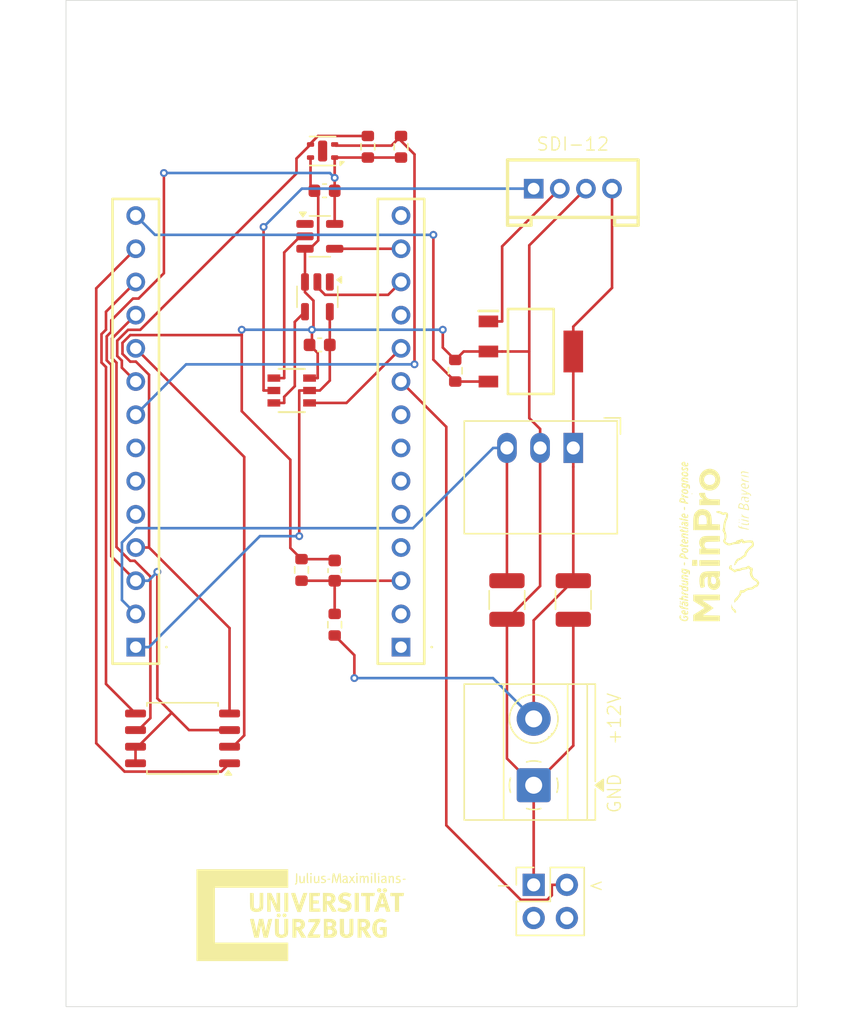
<source format=kicad_pcb>
(kicad_pcb (version 20241229) (generator "pcbnew") (generator_version "9.0")
  (title_block (title "Ryujin") (date "2025-02-03") (rev "18") (company "Julius-Maximilians-Universität Würzburg") (comment 1 "TC-10860452") (comment 4 "AISLER Project ID: FKZHXGMZ"))
  (layers (0 "F.Cu" signal) (2 "B.Cu" signal) (13 "F.Paste" user) (15 "B.Paste" user) (5 "F.SilkS" user "F.Silkscreen") (7 "B.SilkS" user "B.Silkscreen") (1 "F.Mask" user) (3 "B.Mask" user) (25 "Edge.Cuts" user))
  (net 0 "")
  (net 1 "/SCL")
  (net 2 "/SDA")
  (net 3 "+12V")
  (net 4 "GND")
  (net 5 "VDD")
  (net 6 "/A1")
  (net 7 "+5V")
  (net 8 "+3.3V")
  (net 9 "/+SDI")
  (net 14 "/D1")
  (net 15 "LINE")
  (net 17 "/D0")
  (net 19 "/COPI")
  (net 21 "/SCK")
  (net 22 "/D7")
  (net 23 "/CIPO")
  (net 24 "/TX")
  (net 29 "/RX")
  (net 30 "/LED")
  (net 31 "Net-(U3-S1)")
  (net 32 "Net-(U3-S2)")
  (net 36 "/G")
  (net 37 "/B")
  (net 38 "/R")
  (footprint "MountingHole:MountingHole_2.5mm" (layer "F.Cu") (at 132 22)
    (property "Reference" "H4" (hide yes))
    (property "Value" "MountingHole_2.5mm")
    (pad "" np_thru_hole circle (at 0 0) (size 2.5 2.5) (drill 2.5) (layers "*.Cu" "*.Mask"))
  )
  (footprint "footprints:Arduino_MKR_NB_1500_Margin_NH" (layer "F.Cu") (at 134.2425 88.365 90)
    (property "Reference" "A1" (hide yes))
    (property "Value" "Arduino_MKR_NB_1500_Socket")
  )
  (footprint "Capacitor_SMD:C_1210_3225Metric" (layer "F.Cu") (at 162.77 64.885 -90)
    (property "Reference" "C2" (hide yes))
    (property "Value" "100uF")
    (pad "1" smd roundrect (at -1.475 0 270) (size 1.15 2.7) (layers "F.Cu" "F.Mask" "F.Paste") (roundrect_rratio 0.217391) (net 5 "VDD"))
    (pad "2" smd roundrect (at 1.475 0 270) (size 1.15 2.7) (layers "F.Cu" "F.Mask" "F.Paste") (roundrect_rratio 0.217391) (net 4 "GND"))
  )
  (footprint "Capacitor_SMD:C_0603_1608Metric" (layer "F.Cu") (at 148.4275 45.365 180)
    (property "Reference" "C4" (hide yes))
    (property "Value" "0.1uF")
    (pad "1" smd roundrect (at -0.775 0 180) (size 0.9 0.95) (layers "F.Cu" "F.Mask" "F.Paste") (net 7 "+5V"))
    (pad "2" smd roundrect (at 0.775 0 180) (size 0.9 0.95) (layers "F.Cu" "F.Mask" "F.Paste") (net 4 "GND"))
  )
  (footprint "Resistor_SMD:R_0603_1608Metric" (layer "F.Cu") (at 152.1175 30.205 -90)
    (property "Reference" "R7" (hide yes))
    (property "Value" "10k")
    (pad "1" smd roundrect (at -0.825 0 270) (size 0.8 0.95) (layers "F.Cu" "F.Mask" "F.Paste") (net 2 "/SDA"))
    (pad "2" smd roundrect (at 0.825 0 270) (size 0.8 0.95) (layers "F.Cu" "F.Mask" "F.Paste") (net 8 "+3.3V"))
  )
  (footprint "Package_TO_SOT_SMD:SOT-23-5" (layer "F.Cu") (at 148.2525 41.6875 -90)
    (property "Reference" "U2" (hide yes))
    (property "Value" "74AHCT1G14")
    (pad "1" smd roundrect (at -1.1375 -0.95 270) (size 1.325 0.6) (layers "F.Cu" "F.Mask" "F.Paste"))
    (pad "2" smd roundrect (at -1.1375 0 270) (size 1.325 0.6) (layers "F.Cu" "F.Mask" "F.Paste") (net 24 "/TX"))
    (pad "3" smd roundrect (at -1.1375 0.95 270) (size 1.325 0.6) (layers "F.Cu" "F.Mask" "F.Paste") (net 4 "GND"))
    (pad "4" smd roundrect (at 1.1375 0.95 270) (size 1.325 0.6) (layers "F.Cu" "F.Mask" "F.Paste") (net 32 "Net-(U3-S2)"))
    (pad "5" smd roundrect (at 1.1375 -0.95 270) (size 1.325 0.6) (layers "F.Cu" "F.Mask" "F.Paste") (net 7 "+5V"))
  )
  (footprint "footprints:65342372" (layer "F.Cu") (at 154.6575 68.49 -90)
    (property "Reference" "J3" (hide yes))
    (property "Value" "Conn_01x14_Socket" (hide yes))
    (pad "1" thru_hole rect (at 0 0 270) (size 1.43 1.43) (drill 0.88) (layers "*.Cu" "*.Mask"))
    (pad "2" thru_hole circle (at -2.54 0 270) (size 1.43 1.43) (drill 0.88) (layers "*.Cu" "*.Mask"))
    (pad "3" thru_hole circle (at -5.08 0 270) (size 1.43 1.43) (drill 0.88) (layers "*.Cu" "*.Mask") (net 6 "/A1"))
    (pad "4" thru_hole circle (at -7.62 0 270) (size 1.43 1.43) (drill 0.88) (layers "*.Cu" "*.Mask"))
    (pad "5" thru_hole circle (at -10.16 0 270) (size 1.43 1.43) (drill 0.88) (layers "*.Cu" "*.Mask") (net 38 "/R"))
    (pad "6" thru_hole circle (at -12.7 0 270) (size 1.43 1.43) (drill 0.88) (layers "*.Cu" "*.Mask") (net 36 "/G"))
    (pad "7" thru_hole circle (at -15.24 0 270) (size 1.43 1.43) (drill 0.88) (layers "*.Cu" "*.Mask"))
    (pad "8" thru_hole circle (at -17.78 0 270) (size 1.43 1.43) (drill 0.88) (layers "*.Cu" "*.Mask"))
    (pad "9" thru_hole circle (at -20.32 0 270) (size 1.43 1.43) (drill 0.88) (layers "*.Cu" "*.Mask") (net 17 "/D0"))
    (pad "10" thru_hole circle (at -22.86 0 270) (size 1.43 1.43) (drill 0.88) (layers "*.Cu" "*.Mask") (net 14 "/D1"))
    (pad "11" thru_hole circle (at -25.4 0 270) (size 1.43 1.43) (drill 0.88) (layers "*.Cu" "*.Mask") (net 37 "/B"))
    (pad "12" thru_hole circle (at -27.94 0 270) (size 1.43 1.43) (drill 0.88) (layers "*.Cu" "*.Mask") (net 24 "/TX"))
    (pad "13" thru_hole circle (at -30.48 0 270) (size 1.43 1.43) (drill 0.88) (layers "*.Cu" "*.Mask") (net 29 "/RX"))
    (pad "14" thru_hole circle (at -33.02 0 270) (size 1.43 1.43) (drill 0.88) (layers "*.Cu" "*.Mask"))
  )
  (footprint "MountingHole:MountingHole_2.5mm" (layer "F.Cu") (at 132 93)
    (property "Reference" "H3" (hide yes))
    (property "Value" "MountingHole_2.5mm")
    (pad "" np_thru_hole circle (at 0 0) (size 2.5 2.5) (drill 2.5) (layers "*.Cu" "*.Mask"))
  )
  (footprint "Capacitor_SMD:C_1210_3225Metric" (layer "F.Cu") (at 167.85 64.885 -90)
    (property "Reference" "C1" (hide yes))
    (property "Value" "100uF")
    (pad "1" smd roundrect (at -1.475 0 270) (size 1.15 2.7) (layers "F.Cu" "F.Mask" "F.Paste") (roundrect_rratio 0.217391) (net 3 "+12V"))
    (pad "2" smd roundrect (at 1.475 0 270) (size 1.15 2.7) (layers "F.Cu" "F.Mask" "F.Paste") (roundrect_rratio 0.217391) (net 4 "GND"))
  )
  (footprint "MountingHole:MountingHole_2.5mm" (layer "F.Cu") (at 182 22)
    (property "Reference" "H1" (hide yes))
    (property "Value" "MountingHole_2.5mm")
    (pad "" np_thru_hole circle (at 0 0) (size 2.5 2.5) (drill 2.5) (layers "*.Cu" "*.Mask"))
  )
  (footprint "Connector_PinHeader_2.54mm:PinHeader_2x02_P2.54mm_Vertical" (layer "F.Cu") (at 164.8175 86.68)
    (property "Reference" "J2" (hide yes))
    (property "Value" "Conn_02x02_Odd_Even")
    (pad "1" thru_hole rect (at 0 0) (size 1.7 1.7) (drill 1) (layers "*.Cu" "*.Mask") (net 4 "GND"))
    (pad "2" thru_hole oval (at 2.54 0) (size 1.7 1.7) (drill 1) (layers "*.Cu" "*.Mask") (net 17 "/D0"))
    (pad "3" thru_hole oval (at 0 2.54) (size 1.7 1.7) (drill 1) (layers "*.Cu" "*.Mask"))
    (pad "4" thru_hole oval (at 2.54 2.54) (size 1.7 1.7) (drill 1) (layers "*.Cu" "*.Mask"))
  )
  (footprint "footprints:GROVE-HW4-2.0" (layer "F.Cu") (at 167.8175 33.41)
    (property "Reference" "J5" (hide yes))
    (property "Value" "Conn_01x04_Pin")
    (pad "1" thru_hole rect (at -3 0) (size 1.5 1.5) (drill 0.9) (layers "*.Cu" "*.Mask") (net 15 "LINE"))
    (pad "2" thru_hole circle (at -1 0) (size 1.5 1.5) (drill 0.9) (layers "*.Cu" "*.Mask") (net 9 "/+SDI"))
    (pad "3" thru_hole circle (at 1 0) (size 1.5 1.5) (drill 0.9) (layers "*.Cu" "*.Mask") (net 4 "GND"))
    (pad "4" thru_hole circle (at 3 0) (size 1.5 1.5) (drill 0.9) (layers "*.Cu" "*.Mask") (net 3 "+12V"))
  )
  (footprint "Capacitor_SMD:C_0603_1608Metric" (layer "F.Cu") (at 148.8025 33.57 180)
    (property "Reference" "C6" (hide yes))
    (property "Value" "0.1uF")
    (pad "1" smd roundrect (at -0.775 0 180) (size 0.9 0.95) (layers "F.Cu" "F.Mask" "F.Paste") (net 8 "+3.3V"))
    (pad "2" smd roundrect (at 0.775 0 180) (size 0.9 0.95) (layers "F.Cu" "F.Mask" "F.Paste") (net 4 "GND"))
  )
  (footprint "LOGO" (layer "F.Cu") (at 147 89)
    (property "Reference" "G2" (hide yes))
    (property "Value" "LOGO" (hide yes))
  )
  (footprint "Capacitor_SMD:C_0603_1608Metric" (layer "F.Cu") (at 149.5775 62.635 90)
    (property "Reference" "C3" (hide yes))
    (property "Value" "0.1uF")
    (pad "1" smd roundrect (at -0.775 0 90) (size 0.9 0.95) (layers "F.Cu" "F.Mask" "F.Paste") (net 6 "/A1"))
    (pad "2" smd roundrect (at 0.775 0 90) (size 0.9 0.95) (layers "F.Cu" "F.Mask" "F.Paste") (net 4 "GND"))
  )
  (footprint "Package_SO:SOIC-8_5.23x5.23mm_P1.27mm" (layer "F.Cu") (at 137.925 75.475 180)
    (property "Reference" "U5" (hide yes))
    (property "Value" "W25Q32JVSS")
    (pad "1" smd roundrect (at -3.6 -1.905 180) (size 1.6 0.6) (layers "F.Cu" "F.Mask" "F.Paste") (net 22 "/D7"))
    (pad "2" smd roundrect (at -3.6 -0.635 180) (size 1.6 0.6) (layers "F.Cu" "F.Mask" "F.Paste") (net 23 "/CIPO"))
    (pad "3" smd roundrect (at -3.6 0.635 180) (size 1.6 0.6) (layers "F.Cu" "F.Mask" "F.Paste") (net 8 "+3.3V"))
    (pad "4" smd roundrect (at -3.6 1.905 180) (size 1.6 0.6) (layers "F.Cu" "F.Mask" "F.Paste") (net 4 "GND"))
    (pad "5" smd roundrect (at 3.6 1.905 180) (size 1.6 0.6) (layers "F.Cu" "F.Mask" "F.Paste") (net 19 "/COPI"))
    (pad "6" smd roundrect (at 3.6 0.635 180) (size 1.6 0.6) (layers "F.Cu" "F.Mask" "F.Paste") (net 21 "/SCK"))
    (pad "7" smd roundrect (at 3.6 -0.635 180) (size 1.6 0.6) (layers "F.Cu" "F.Mask" "F.Paste") (net 8 "+3.3V"))
    (pad "8" smd roundrect (at 3.6 -1.905 180) (size 1.6 0.6) (layers "F.Cu" "F.Mask" "F.Paste") (net 8 "+3.3V"))
  )
  (footprint "Sensor_Humidity:Sensirion_DFN-4-1EP_2x2mm_P1mm_EP0.7x1.6mm" (layer "F.Cu") (at 148.6525 30.53 180)
    (property "Reference" "U4" (hide yes))
    (property "Value" "SHTC3")
    (pad "1" smd roundrect (at -0.925 -0.5 180) (size 0.55 0.35) (layers "F.Cu" "F.Mask") (net 8 "+3.3V"))
    (pad "2" smd roundrect (at -0.925 0.5 180) (size 0.55 0.35) (layers "F.Cu" "F.Mask") (net 1 "/SCL"))
    (pad "3" smd roundrect (at 0.925 0.5 180) (size 0.55 0.35) (layers "F.Cu" "F.Mask") (net 2 "/SDA"))
    (pad "4" smd roundrect (at 0.925 -0.5 180) (size 0.55 0.35) (layers "F.Cu" "F.Mask") (net 4 "GND"))
    (pad "5" smd roundrect (at 0 0 180) (size 0.7 1.6) (layers "F.Cu" "F.Mask"))
  )
  (footprint "footprints:TMUXDBVR" (layer "F.Cu") (at 146.2873 48.855 180)
    (property "Reference" "U3" (hide yes))
    (property "Value" "TMUX1119DBVR")
    (pad "1" smd rect (at -1.36525 -0.950001 180) (size 0.9779 0.5588) (layers "F.Cu" "F.Mask" "F.Paste") (net 14 "/D1"))
    (pad "2" smd rect (at -1.36525 0 180) (size 0.9779 0.5588) (layers "F.Cu" "F.Mask" "F.Paste") (net 7 "+5V"))
    (pad "3" smd rect (at -1.36525 0.950001 180) (size 0.9779 0.5588) (layers "F.Cu" "F.Mask" "F.Paste") (net 4 "GND"))
    (pad "4" smd rect (at 1.36525 0.950001 180) (size 0.9779 0.5588) (layers "F.Cu" "F.Mask" "F.Paste") (net 31 "Net-(U3-S1)"))
    (pad "5" smd rect (at 1.36525 0 180) (size 0.9779 0.5588) (layers "F.Cu" "F.Mask" "F.Paste") (net 15 "LINE"))
    (pad "6" smd rect (at 1.36525 -0.950001 180) (size 0.9779 0.5588) (layers "F.Cu" "F.Mask" "F.Paste") (net 32 "Net-(U3-S2)"))
  )
  (footprint "Package_TO_SOT_SMD:SOT-23-5" (layer "F.Cu") (at 148.44 37.06)
    (property "Reference" "U1" (hide yes))
    (property "Value" "74LVC1G17")
    (pad "1" smd roundrect (at -1.1375 -0.95) (size 1.325 0.6) (layers "F.Cu" "F.Mask" "F.Paste"))
    (pad "2" smd roundrect (at -1.1375 0) (size 1.325 0.6) (layers "F.Cu" "F.Mask" "F.Paste") (net 31 "Net-(U3-S1)"))
    (pad "3" smd roundrect (at -1.1375 0.95) (size 1.325 0.6) (layers "F.Cu" "F.Mask" "F.Paste") (net 4 "GND"))
    (pad "4" smd roundrect (at 1.1375 0.95) (size 1.325 0.6) (layers "F.Cu" "F.Mask" "F.Paste") (net 29 "/RX"))
    (pad "5" smd roundrect (at 1.1375 -0.95) (size 1.325 0.6) (layers "F.Cu" "F.Mask" "F.Paste") (net 8 "+3.3V"))
  )
  (footprint "LOGO" (layer "F.Cu") (at 179 57.5 90)
    (property "Reference" "G1" (hide yes))
    (property "Value" "LOGO" (hide yes))
  )
  (footprint "footprints:ISP452" (layer "F.Cu") (at 164.6 45.87)
    (property "Reference" "IC1" (hide yes))
    (property "Value" "ISP452" (hide yes))
    (pad "1" smd rect (at -3.25 -2.3 90) (size 0.9 1.5) (layers "F.Cu" "F.Mask" "F.Paste") (net 9 "/+SDI"))
    (pad "2" smd rect (at -3.25 0 90) (size 0.9 1.5) (layers "F.Cu" "F.Mask" "F.Paste") (net 4 "GND"))
    (pad "3" smd rect (at -3.25 2.3 90) (size 0.9 1.5) (layers "F.Cu" "F.Mask" "F.Paste") (net 30 "/LED"))
    (pad "4" smd rect (at 3.25 0) (size 1.5 3.2) (layers "F.Cu" "F.Mask" "F.Paste") (net 3 "+12V"))
  )
  (footprint "Converter_DCDC:Converter_DCDC_RECOM_R-78E-0.5_THT" (layer "F.Cu") (at 167.85 53.25 180)
    (property "Reference" "U6" (hide yes))
    (property "Value" "R-78E5.0-0.5")
    (pad "1" thru_hole rect (at 0 0 180) (size 1.5 2.3) (drill 1) (layers "*.Cu" "*.Mask") (net 3 "+12V"))
    (pad "2" thru_hole oval (at 2.54 0 180) (size 1.5 2.3) (drill 1) (layers "*.Cu" "*.Mask") (net 4 "GND"))
    (pad "3" thru_hole oval (at 5.08 0 180) (size 1.5 2.3) (drill 1) (layers "*.Cu" "*.Mask") (net 5 "VDD"))
  )
  (footprint "TerminalBlock_Phoenix:TerminalBlock_Phoenix_MKDS-1,5-2-5.08_1x02_P5.08mm_Horizontal" (layer "F.Cu") (at 164.8175 79.06 90)
    (property "Reference" "J1" (hide yes))
    (property "Value" "Screw_Terminal_01x02")
    (pad "1" thru_hole roundrect (at 0 0 90) (size 2.6 2.6) (drill 1.3) (layers "*.Cu" "*.Mask") (roundrect_rratio 0.096154) (net 4 "GND"))
    (pad "2" thru_hole circle (at 5.08 0 90) (size 2.6 2.6) (drill 1.3) (layers "*.Cu" "*.Mask") (net 3 "+12V"))
  )
  (footprint "Resistor_SMD:R_0603_1608Metric" (layer "F.Cu") (at 149.5775 66.775 90)
    (property "Reference" "R5" (hide yes))
    (property "Value" "1.2M")
    (pad "1" smd roundrect (at -0.825 0 90) (size 0.8 0.95) (layers "F.Cu" "F.Mask" "F.Paste") (net 3 "+12V"))
    (pad "2" smd roundrect (at 0.825 0 90) (size 0.8 0.95) (layers "F.Cu" "F.Mask" "F.Paste") (net 6 "/A1"))
  )
  (footprint "Resistor_SMD:R_0603_1608Metric" (layer "F.Cu") (at 154.6575 30.205 -90)
    (property "Reference" "R6" (hide yes))
    (property "Value" "10k")
    (pad "1" smd roundrect (at -0.825 0 270) (size 0.8 0.95) (layers "F.Cu" "F.Mask" "F.Paste") (net 1 "/SCL"))
    (pad "2" smd roundrect (at 0.825 0 270) (size 0.8 0.95) (layers "F.Cu" "F.Mask" "F.Paste") (net 8 "+3.3V"))
  )
  (footprint "Resistor_SMD:R_0603_1608Metric" (layer "F.Cu") (at 158.81 47.345 90)
    (property "Reference" "R8" (hide yes))
    (property "Value" "33k")
    (pad "1" smd roundrect (at -0.825 0 90) (size 0.8 0.95) (layers "F.Cu" "F.Mask" "F.Paste") (net 30 "/LED"))
    (pad "2" smd roundrect (at 0.825 0 90) (size 0.8 0.95) (layers "F.Cu" "F.Mask" "F.Paste") (net 4 "GND"))
  )
  (footprint "footprints:65342372" (layer "F.Cu") (at 134.3425 68.49 -90)
    (property "Reference" "J4" (hide yes))
    (property "Value" "Conn_01x14_Socket" (hide yes))
    (pad "1" thru_hole rect (at 0 0 270) (size 1.43 1.43) (drill 0.88) (layers "*.Cu" "*.Mask") (net 7 "+5V"))
    (pad "2" thru_hole circle (at -2.54 0 270) (size 1.43 1.43) (drill 0.88) (layers "*.Cu" "*.Mask") (net 5 "VDD"))
    (pad "3" thru_hole circle (at -5.08 0 270) (size 1.43 1.43) (drill 0.88) (layers "*.Cu" "*.Mask") (net 8 "+3.3V"))
    (pad "4" thru_hole circle (at -7.62 0 270) (size 1.43 1.43) (drill 0.88) (layers "*.Cu" "*.Mask") (net 4 "GND"))
    (pad "5" thru_hole circle (at -10.16 0 270) (size 1.43 1.43) (drill 0.88) (layers "*.Cu" "*.Mask"))
    (pad "6" thru_hole circle (at -12.7 0 270) (size 1.43 1.43) (drill 0.88) (layers "*.Cu" "*.Mask"))
    (pad "7" thru_hole circle (at -15.24 0 270) (size 1.43 1.43) (drill 0.88) (layers "*.Cu" "*.Mask"))
    (pad "8" thru_hole circle (at -17.78 0 270) (size 1.43 1.43) (drill 0.88) (layers "*.Cu" "*.Mask") (net 1 "/SCL"))
    (pad "9" thru_hole circle (at -20.32 0 270) (size 1.43 1.43) (drill 0.88) (layers "*.Cu" "*.Mask") (net 2 "/SDA"))
    (pad "10" thru_hole circle (at -22.86 0 270) (size 1.43 1.43) (drill 0.88) (layers "*.Cu" "*.Mask") (net 23 "/CIPO"))
    (pad "11" thru_hole circle (at -25.4 0 270) (size 1.43 1.43) (drill 0.88) (layers "*.Cu" "*.Mask") (net 21 "/SCK"))
    (pad "12" thru_hole circle (at -27.94 0 270) (size 1.43 1.43) (drill 0.88) (layers "*.Cu" "*.Mask") (net 19 "/COPI"))
    (pad "13" thru_hole circle (at -30.48 0 270) (size 1.43 1.43) (drill 0.88) (layers "*.Cu" "*.Mask") (net 22 "/D7"))
    (pad "14" thru_hole circle (at -33.02 0 270) (size 1.43 1.43) (drill 0.88) (layers "*.Cu" "*.Mask") (net 30 "/LED"))
  )
  (footprint "Resistor_SMD:R_0603_1608Metric" (layer "F.Cu") (at 147.0375 62.585 90)
    (property "Reference" "R4" (hide yes))
    (property "Value" "330k")
    (pad "1" smd roundrect (at -0.825 0 90) (size 0.8 0.95) (layers "F.Cu" "F.Mask" "F.Paste") (net 6 "/A1"))
    (pad "2" smd roundrect (at 0.825 0 90) (size 0.8 0.95) (layers "F.Cu" "F.Mask" "F.Paste") (net 4 "GND"))
  )
  (footprint "MountingHole:MountingHole_2.5mm" (layer "F.Cu") (at 182 93)
    (property "Reference" "H2" (hide yes))
    (property "Value" "MountingHole_2.5mm")
    (pad "" np_thru_hole circle (at 0 0) (size 2.5 2.5) (drill 2.5) (layers "*.Cu" "*.Mask"))
  )
  (gr_rect (start 129 19) (end 185 96) (stroke (width 0.05)) (fill no) (layer "Edge.Cuts"))
  (gr_text "SDI-12" (at 167.8175 30 0) (layer "F.SilkS") (effects (font (size 1 1) (thickness 0.1))))
  (gr_text "GND" (at 171 79.68 90) (layer "F.SilkS") (effects (font (size 1 1) (thickness 0.1))))
  (gr_text "<" (at 169.6 86.68 0) (layer "F.SilkS") (effects (font (size 1 1) (thickness 0.1))))
  (gr_text "+12V" (at 171 73.98 90) (layer "F.SilkS") (effects (font (size 1 1) (thickness 0.1))))
  (gr_text "-" (at 162.5 86.68 0) (layer "F.SilkS") (effects (font (size 1 1) (thickness 0.1))))
  (segment (start 153.92 30.1175) (end 154.4701 29.5674) (width 0.2) (layer "F.Cu") (net 1))
  (segment (start 154.4701 29.5674) (end 155.6897 30.787) (width 0.2) (layer "F.Cu") (net 1))
  (segment (start 154.4701 29.5674) (end 154.6575 29.38) (width 0.2) (layer "F.Cu") (net 1))
  (segment (start 149.665 30.1175) (end 153.92 30.1175) (width 0.2) (layer "F.Cu") (net 1))
  (segment (start 149.5775 30.03) (end 149.665 30.1175) (width 0.2) (layer "F.Cu") (net 1))
  (segment (start 155.6897 30.787) (end 155.6897 46.8532) (width 0.2) (layer "F.Cu") (net 1))
  (via (at 155.6897 46.8532) (size 0.6) (drill 0.3) (layers "F.Cu" "B.Cu") (net 1))
  (segment (start 134.3425 50.71) (end 138.1993 46.8532) (width 0.2) (layer "B.Cu") (net 1))
  (segment (start 138.1993 46.8532) (end 155.6897 46.8532) (width 0.2) (layer "B.Cu") (net 1))
  (segment (start 132.9241 46.2174) (end 133.2781 46.5714) (width 0.2) (layer "F.Cu") (net 2))
  (segment (start 134.6874 44.2116) (end 133.7551 44.2116) (width 0.2) (layer "F.Cu") (net 2))
  (segment (start 148.2994 29.38) (end 152.1175 29.38) (width 0.2) (layer "F.Cu") (net 2))
  (segment (start 133.2781 47.1056) (end 134.3425 48.17) (width 0.2) (layer "F.Cu") (net 2))
  (segment (start 147.7275 30.03) (end 147.7275 29.9519) (width 0.2) (layer "F.Cu") (net 2))
  (segment (start 147.7275 29.9519) (end 148.2994 29.38) (width 0.2) (layer "F.Cu") (net 2))
  (segment (start 133.2781 46.5714) (end 133.2781 47.1056) (width 0.2) (layer "F.Cu") (net 2))
  (segment (start 133.7551 44.2116) (end 132.9241 45.0426) (width 0.2) (layer "F.Cu") (net 2))
  (segment (start 132.9241 45.0426) (end 132.9241 46.2174) (width 0.2) (layer "F.Cu") (net 2))
  (segment (start 146.6519 31.1056) (end 146.6519 32.2471) (width 0.2) (layer "F.Cu") (net 2))
  (segment (start 146.6519 32.2471) (end 134.6874 44.2116) (width 0.2) (layer "F.Cu") (net 2))
  (segment (start 147.7275 30.03) (end 146.6519 31.1056) (width 0.2) (layer "F.Cu") (net 2))
  (segment (start 167.85 53.25) (end 167.85 45.87) (width 0.2) (layer "F.Cu") (net 3))
  (segment (start 170.8175 33.41) (end 170.8175 41.0008) (width 0.2) (layer "F.Cu") (net 3))
  (segment (start 167.85 63.41) (end 167.85 54.7017) (width 0.2) (layer "F.Cu") (net 3))
  (segment (start 167.85 53.25) (end 167.85 54.7017) (width 0.2) (layer "F.Cu") (net 3))
  (segment (start 164.8175 66.4425) (end 167.85 63.41) (width 0.2) (layer "F.Cu") (net 3))
  (segment (start 170.8175 41.0008) (end 167.85 43.9683) (width 0.2) (layer "F.Cu") (net 3))
  (segment (start 149.5775 67.6) (end 151.0843 69.1068) (width 0.2) (layer "F.Cu") (net 3))
  (segment (start 167.85 45.87) (end 167.85 43.9683) (width 0.2) (layer "F.Cu") (net 3))
  (segment (start 151.0843 69.1068) (end 151.0843 70.8609) (width 0.2) (layer "F.Cu") (net 3))
  (segment (start 164.8175 73.98) (end 164.8175 66.4425) (width 0.2) (layer "F.Cu") (net 3))
  (via (at 151.0843 70.8609) (size 0.6) (drill 0.3) (layers "F.Cu" "B.Cu") (net 3))
  (segment (start 161.6984 70.8609) (end 164.8175 73.98) (width 0.2) (layer "B.Cu") (net 3))
  (segment (start 151.0843 70.8609) (end 161.6984 70.8609) (width 0.2) (layer "B.Cu") (net 3))
  (segment (start 165.31 63.82) (end 165.31 53.25) (width 0.2) (layer "F.Cu") (net 4))
  (segment (start 164.4791 50.9674) (end 165.31 51.7983) (width 0.2) (layer "F.Cu") (net 4))
  (segment (start 161.8759 45.87) (end 162.4017 45.87) (width 0.2) (layer "F.Cu") (net 4))
  (segment (start 133.9214 44.6133) (end 133.3258 45.2089) (width 0.2) (layer "F.Cu") (net 4))
  (segment (start 148.3163 37.3721) (end 147.6784 38.01) (width 0.2) (layer "F.Cu") (net 4))
  (segment (start 135.3618 47.6523) (end 135.3618 60.87) (width 0.2) (layer "F.Cu") (net 4))
  (segment (start 146.1805 60.903) (end 146.1805 54.1572) (width 0.2) (layer "F.Cu") (net 4))
  (segment (start 148.0275 33.57) (end 148.3163 33.8588) (width 0.2) (layer "F.Cu") (net 4))
  (segment (start 147.0375 61.76) (end 146.1805 60.903) (width 0.2) (layer "F.Cu") (net 4))
  (segment (start 161.8759 45.87) (end 161.35 45.87) (width 0.2) (layer "F.Cu") (net 4))
  (segment (start 164.4791 45.87) (end 164.4791 50.9674) (width 0.2) (layer "F.Cu") (net 4))
  (segment (start 147.3025 41.3341) (end 147.3025 40.55) (width 0.2) (layer "F.Cu") (net 4))
  (segment (start 159.46 45.87) (end 158.81 46.52) (width 0.2) (layer "F.Cu") (net 4))
  (segment (start 149.4775 61.76) (end 147.0375 61.76) (width 0.2) (layer "F.Cu") (net 4))
  (segment (start 135.3618 60.87) (end 134.3425 60.87) (width 0.2) (layer "F.Cu") (net 4))
  (segment (start 162.77 77.0125) (end 162.77 66.36) (width 0.2) (layer "F.Cu") (net 4))
  (segment (start 141.525 73.57) (end 141.525 67.0332) (width 0.2) (layer "F.Cu") (net 4))
  (segment (start 149.5775 61.86) (end 149.4775 61.76) (width 0.2) (layer "F.Cu") (net 4))
  (segment (start 164.8175 79.06) (end 164.8175 86.68) (width 0.2) (layer "F.Cu") (net 4))
  (segment (start 133.3258 46.0511) (end 133.9214 46.6467) (width 0.2) (layer "F.Cu") (net 4))
  (segment (start 142.4602 44.6133) (end 142.4602 44.2053) (width 0.2) (layer "F.Cu") (net 4))
  (segment (start 147.7275 31.03) (end 147.7275 33.27) (width 0.2) (layer "F.Cu") (net 4))
  (segment (start 162.77 66.36) (end 165.31 63.82) (width 0.2) (layer "F.Cu") (net 4))
  (segment (start 133.3258 45.2089) (end 133.3258 46.0511) (width 0.2) (layer "F.Cu") (net 4))
  (segment (start 164.4791 45.87) (end 162.4017 45.87) (width 0.2) (layer "F.Cu") (net 4))
  (segment (start 147.8354 45.1821) (end 147.8354 44.2053) (width 0.2) (layer "F.Cu") (net 4))
  (segment (start 168.8175 33.41) (end 164.4791 37.7484) (width 0.2) (layer "F.Cu") (net 4))
  (segment (start 147.6525 47.905) (end 148.2768 47.905) (width 0.2) (layer "F.Cu") (net 4))
  (segment (start 141.525 67.0332) (end 135.3618 60.87) (width 0.2) (layer "F.Cu") (net 4))
  (segment (start 142.4602 50.4369) (end 142.4602 44.6133) (width 0.2) (layer "F.Cu") (net 4))
  (segment (start 164.8175 79.06) (end 162.77 77.0125) (width 0.2) (layer "F.Cu") (net 4))
  (segment (start 167.85 66.36) (end 167.85 76.0275) (width 0.2) (layer "F.Cu") (net 4))
  (segment (start 167.85 76.0275) (end 164.8175 79.06) (width 0.2) (layer "F.Cu") (net 4))
  (segment (start 161.35 45.87) (end 159.46 45.87) (width 0.2) (layer "F.Cu") (net 4))
  (segment (start 147.8354 44.2053) (end 147.9521 44.0886) (width 0.2) (layer "F.Cu") (net 4))
  (segment (start 148.3163 33.8588) (end 148.3163 37.3721) (width 0.2) (layer "F.Cu") (net 4))
  (segment (start 165.31 53.25) (end 165.31 51.7983) (width 0.2) (layer "F.Cu") (net 4))
  (segment (start 148.2768 45.9893) (end 148.2768 47.905) (width 0.2) (layer "F.Cu") (net 4))
  (segment (start 142.4602 44.6133) (end 133.9214 44.6133) (width 0.2) (layer "F.Cu") (net 4))
  (segment (start 158.81 46.52) (end 157.8567 45.5667) (width 0.2) (layer "F.Cu") (net 4))
  (segment (start 134.3562 46.6467) (end 135.3618 47.6523) (width 0.2) (layer "F.Cu") (net 4))
  (segment (start 146.1805 54.1572) (end 142.4602 50.4369) (width 0.2) (layer "F.Cu") (net 4))
  (segment (start 147.7275 33.27) (end 148.0275 33.57) (width 0.2) (layer "F.Cu") (net 4))
  (segment (start 147.9521 44.0886) (end 147.9521 41.9837) (width 0.2) (layer "F.Cu") (net 4))
  (segment (start 147.9521 41.9837) (end 147.3025 41.3341) (width 0.2) (layer "F.Cu") (net 4))
  (segment (start 147.6784 38.01) (end 147.3025 38.01) (width 0.2) (layer "F.Cu") (net 4))
  (segment (start 133.9214 46.6467) (end 134.3562 46.6467) (width 0.2) (layer "F.Cu") (net 4))
  (segment (start 164.4791 37.7484) (end 164.4791 45.87) (width 0.2) (layer "F.Cu") (net 4))
  (segment (start 157.8567 45.5667) (end 157.8567 44.2053) (width 0.2) (layer "F.Cu") (net 4))
  (segment (start 147.6525 45.365) (end 148.2768 45.9893) (width 0.2) (layer "F.Cu") (net 4))
  (segment (start 147.3025 40.55) (end 147.3025 38.01) (width 0.2) (layer "F.Cu") (net 4))
  (segment (start 147.6525 45.365) (end 147.8354 45.1821) (width 0.2) (layer "F.Cu") (net 4))
  (via (at 142.4602 44.2053) (size 0.6) (drill 0.3) (layers "F.Cu" "B.Cu") (net 4))
  (via (at 147.8354 44.2053) (size 0.6) (drill 0.3) (layers "F.Cu" "B.Cu") (net 4))
  (via (at 157.8567 44.2053) (size 0.6) (drill 0.3) (layers "F.Cu" "B.Cu") (net 4))
  (segment (start 147.8354 44.2053) (end 157.8567 44.2053) (width 0.2) (layer "B.Cu") (net 4))
  (segment (start 147.8354 44.2053) (end 142.4602 44.2053) (width 0.2) (layer "B.Cu") (net 4))
  (segment (start 162.77 53.25) (end 162.77 63.41) (width 0.2) (layer "F.Cu") (net 5))
  (segment (start 134.3425 65.95) (end 133.2854 64.8929) (width 0.2) (layer "B.Cu") (net 5))
  (segment (start 133.2854 60.4867) (end 134.3817 59.3904) (width 0.2) (layer "B.Cu") (net 5))
  (segment (start 134.3817 59.3904) (end 155.5779 59.3904) (width 0.2) (layer "B.Cu") (net 5))
  (segment (start 162.77 53.25) (end 161.7183 53.25) (width 0.2) (layer "B.Cu") (net 5))
  (segment (start 133.2854 64.8929) (end 133.2854 60.4867) (width 0.2) (layer "B.Cu") (net 5))
  (segment (start 155.5779 59.3904) (end 161.7183 53.25) (width 0.2) (layer "B.Cu") (net 5))
  (segment (start 147.0375 63.41) (end 149.5775 63.41) (width 0.2) (layer "F.Cu") (net 6))
  (segment (start 149.5775 65.95) (end 149.5775 63.41) (width 0.2) (layer "F.Cu") (net 6))
  (segment (start 149.5775 63.41) (end 154.6575 63.41) (width 0.2) (layer "F.Cu") (net 6))
  (segment (start 146.8618 48.855) (end 146.8618 60) (width 0.2) (layer "F.Cu") (net 7))
  (segment (start 149.2025 48.0956) (end 149.2025 45.365) (width 0.2) (layer "F.Cu") (net 7))
  (segment (start 149.2025 42.825) (end 149.2025 45.365) (width 0.2) (layer "F.Cu") (net 7))
  (segment (start 147.6525 48.855) (end 146.8618 48.855) (width 0.2) (layer "F.Cu") (net 7))
  (segment (start 147.6525 48.855) (end 148.4431 48.855) (width 0.2) (layer "F.Cu") (net 7))
  (segment (start 148.4431 48.855) (end 149.2025 48.0956) (width 0.2) (layer "F.Cu") (net 7))
  (via (at 146.8618 60) (size 0.6) (drill 0.3) (layers "F.Cu" "B.Cu") (net 7))
  (segment (start 135.3592 68.49) (end 143.8492 60) (width 0.2) (layer "B.Cu") (net 7))
  (segment (start 134.3425 68.49) (end 135.3592 68.49) (width 0.2) (layer "B.Cu") (net 7))
  (segment (start 143.8492 60) (end 146.8618 60) (width 0.2) (layer "B.Cu") (net 7))
  (segment (start 149.5775 33.57) (end 149.5775 32.5798) (width 0.2) (layer "F.Cu") (net 8))
  (segment (start 134.132 41.82) (end 132.466 43.486) (width 0.2) (layer "F.Cu") (net 8))
  (segment (start 136.4994 32.2124) (end 136.4994 39.8772) (width 0.2) (layer "F.Cu") (net 8))
  (segment (start 132.466 44.3647) (end 132.1207 44.71) (width 0.2) (layer "F.Cu") (net 8))
  (segment (start 135.9961 62.7298) (end 135.9961 72.4118) (width 0.2) (layer "F.Cu") (net 8))
  (segment (start 154.6575 31.03) (end 152.1175 31.03) (width 0.2) (layer "F.Cu") (net 8))
  (segment (start 138.4243 74.84) (end 141.525 74.84) (width 0.2) (layer "F.Cu") (net 8))
  (segment (start 134.5018 76.11) (end 137.0981 73.5137) (width 0.2) (layer "F.Cu") (net 8))
  (segment (start 132.466 43.486) (end 132.466 44.3647) (width 0.2) (layer "F.Cu") (net 8))
  (segment (start 134.5566 41.82) (end 134.132 41.82) (width 0.2) (layer "F.Cu") (net 8))
  (segment (start 152.1175 31.03) (end 149.5775 31.03) (width 0.2) (layer "F.Cu") (net 8))
  (segment (start 134.325 77.38) (end 134.325 76.11) (width 0.2) (layer "F.Cu") (net 8))
  (segment (start 132.1207 46.55) (end 132.466 46.8953) (width 0.2) (layer "F.Cu") (net 8))
  (segment (start 134.325 76.11) (end 134.5018 76.11) (width 0.2) (layer "F.Cu") (net 8))
  (segment (start 137.0981 73.5137) (end 138.4243 74.84) (width 0.2) (layer "F.Cu") (net 8))
  (segment (start 132.1207 44.71) (end 132.1207 46.55) (width 0.2) (layer "F.Cu") (net 8))
  (segment (start 135.9961 72.4118) (end 137.0981 73.5137) (width 0.2) (layer "F.Cu") (net 8))
  (segment (start 136.4994 39.8772) (end 134.5566 41.82) (width 0.2) (layer "F.Cu") (net 8))
  (segment (start 149.5775 31.03) (end 149.5775 32.5798) (width 0.2) (layer "F.Cu") (net 8))
  (segment (start 132.466 61.5335) (end 134.3425 63.41) (width 0.2) (layer "F.Cu") (net 8))
  (segment (start 132.466 46.8953) (end 132.466 61.5335) (width 0.2) (layer "F.Cu") (net 8))
  (segment (start 149.5775 36.11) (end 149.5775 33.57) (width 0.2) (layer "F.Cu") (net 8))
  (via (at 149.5775 32.5798) (size 0.6) (drill 0.3) (layers "F.Cu" "B.Cu") (net 8))
  (via (at 136.4994 32.2124) (size 0.6) (drill 0.3) (layers "F.Cu" "B.Cu") (net 8))
  (via (at 135.9961 62.7298) (size 0.6) (drill 0.3) (layers "F.Cu" "B.Cu") (net 8))
  (segment (start 135.3159 63.41) (end 135.9961 62.7298) (width 0.2) (layer "B.Cu") (net 8))
  (segment (start 149.2101 32.2124) (end 149.5775 32.5798) (width 0.2) (layer "B.Cu") (net 8))
  (segment (start 134.3425 63.41) (end 135.3159 63.41) (width 0.2) (layer "B.Cu") (net 8))
  (segment (start 136.4994 32.2124) (end 149.2101 32.2124) (width 0.2) (layer "B.Cu") (net 8))
  (segment (start 162.4017 37.8258) (end 162.4017 43.57) (width 0.2) (layer "F.Cu") (net 9))
  (segment (start 161.35 43.57) (end 162.4017 43.57) (width 0.2) (layer "F.Cu") (net 9))
  (segment (start 166.8175 33.41) (end 162.4017 37.8258) (width 0.2) (layer "F.Cu") (net 9))
  (segment (start 147.6525 49.805) (end 150.4825 49.805) (width 0.2) (layer "F.Cu") (net 14))
  (segment (start 150.4825 49.805) (end 154.6575 45.63) (width 0.2) (layer "F.Cu") (net 14))
  (segment (start 144.1313 48.855) (end 144.1313 36.3414) (width 0.2) (layer "F.Cu") (net 15))
  (segment (start 144.922 48.855) (end 144.1313 48.855) (width 0.2) (layer "F.Cu") (net 15))
  (via (at 144.1313 36.3414) (size 0.6) (drill 0.3) (layers "F.Cu" "B.Cu") (net 15))
  (segment (start 147.0627 33.41) (end 144.1313 36.3414) (width 0.2) (layer "B.Cu") (net 15))
  (segment (start 164.8175 33.41) (end 147.0627 33.41) (width 0.2) (layer "B.Cu") (net 15))
  (segment (start 158.1244 51.6369) (end 158.1244 82.1248) (width 0.2) (layer "F.Cu") (net 17))
  (segment (start 154.6575 48.17) (end 158.1244 51.6369) (width 0.2) (layer "F.Cu") (net 17))
  (segment (start 166.2058 87.4781) (end 166.2058 86.68) (width 0.2) (layer "F.Cu") (net 17))
  (segment (start 158.1244 82.1248) (end 163.8316 87.832) (width 0.2) (layer "F.Cu") (net 17))
  (segment (start 167.3575 86.68) (end 166.2058 86.68) (width 0.2) (layer "F.Cu") (net 17))
  (segment (start 163.8316 87.832) (end 165.8519 87.832) (width 0.2) (layer "F.Cu") (net 17))
  (segment (start 165.8519 87.832) (end 166.2058 87.4781) (width 0.2) (layer "F.Cu") (net 17))
  (segment (start 131.719 44.5437) (end 131.719 46.7163) (width 0.2) (layer "F.Cu") (net 19))
  (segment (start 132.0643 42.8282) (end 132.0643 44.1984) (width 0.2) (layer "F.Cu") (net 19))
  (segment (start 132.0643 47.0616) (end 132.0643 71.3093) (width 0.2) (layer "F.Cu") (net 19))
  (segment (start 131.719 46.7163) (end 132.0643 47.0616) (width 0.2) (layer "F.Cu") (net 19))
  (segment (start 132.0643 71.3093) (end 134.325 73.57) (width 0.2) (layer "F.Cu") (net 19))
  (segment (start 134.3425 40.55) (end 132.0643 42.8282) (width 0.2) (layer "F.Cu") (net 19))
  (segment (start 132.0643 44.1984) (end 131.719 44.5437) (width 0.2) (layer "F.Cu") (net 19))
  (segment (start 135.4619 73.9203) (end 134.5422 74.84) (width 0.2) (layer "F.Cu") (net 21))
  (segment (start 135.4619 63.0915) (end 135.4619 73.9203) (width 0.2) (layer "F.Cu") (net 21))
  (segment (start 134.3087 43.09) (end 132.5224 44.8763) (width 0.2) (layer "F.Cu") (net 21))
  (segment (start 134.2571 61.8867) (end 135.4619 63.0915) (width 0.2) (layer "F.Cu") (net 21))
  (segment (start 134.5422 74.84) (end 134.325 74.84) (width 0.2) (layer "F.Cu") (net 21))
  (segment (start 132.8677 46.729) (end 132.8677 60.833) (width 0.2) (layer "F.Cu") (net 21))
  (segment (start 133.9214 61.8867) (end 134.2571 61.8867) (width 0.2) (layer "F.Cu") (net 21))
  (segment (start 132.8677 60.833) (end 133.9214 61.8867) (width 0.2) (layer "F.Cu") (net 21))
  (segment (start 132.5224 46.3837) (end 132.8677 46.729) (width 0.2) (layer "F.Cu") (net 21))
  (segment (start 132.5224 44.8763) (end 132.5224 46.3837) (width 0.2) (layer "F.Cu") (net 21))
  (segment (start 134.3425 43.09) (end 134.3087 43.09) (width 0.2) (layer "F.Cu") (net 21))
  (segment (start 131.3173 41.0352) (end 131.3173 75.8486) (width 0.2) (layer "F.Cu") (net 22))
  (segment (start 134.3425 38.01) (end 131.3173 41.0352) (width 0.2) (layer "F.Cu") (net 22))
  (segment (start 131.3173 75.8486) (end 133.4851 78.0164) (width 0.2) (layer "F.Cu") (net 22))
  (segment (start 133.4851 78.0164) (end 140.8886 78.0164) (width 0.2) (layer "F.Cu") (net 22))
  (segment (start 140.8886 78.0164) (end 141.525 77.38) (width 0.2) (layer "F.Cu") (net 22))
  (segment (start 142.6499 75.2451) (end 142.6499 53.9374) (width 0.2) (layer "F.Cu") (net 23))
  (segment (start 141.785 76.11) (end 142.6499 75.2451) (width 0.2) (layer "F.Cu") (net 23))
  (segment (start 142.6499 53.9374) (end 134.3425 45.63) (width 0.2) (layer "F.Cu") (net 23))
  (segment (start 141.525 76.11) (end 141.785 76.11) (width 0.2) (layer "F.Cu") (net 23))
  (segment (start 153.6728 41.5347) (end 148.843 41.5347) (width 0.2) (layer "F.Cu") (net 24))
  (segment (start 148.843 41.5347) (end 148.2525 40.9442) (width 0.2) (layer "F.Cu") (net 24))
  (segment (start 154.6575 40.55) (end 153.6728 41.5347) (width 0.2) (layer "F.Cu") (net 24))
  (segment (start 148.2525 40.9442) (end 148.2525 40.55) (width 0.2) (layer "F.Cu") (net 24))
  (segment (start 149.5775 38.01) (end 154.6575 38.01) (width 0.2) (layer "F.Cu") (net 29))
  (segment (start 157.1344 46.4944) (end 157.1344 36.9438) (width 0.2) (layer "F.Cu") (net 30))
  (segment (start 161.35 48.17) (end 158.81 48.17) (width 0.2) (layer "F.Cu") (net 30))
  (segment (start 158.81 48.17) (end 157.1344 46.4944) (width 0.2) (layer "F.Cu") (net 30))
  (via (at 157.1344 36.9438) (size 0.6) (drill 0.3) (layers "F.Cu" "B.Cu") (net 30))
  (segment (start 134.3425 35.47) (end 135.8163 36.9438) (width 0.2) (layer "B.Cu") (net 30))
  (segment (start 135.8163 36.9438) (end 157.1344 36.9438) (width 0.2) (layer "B.Cu") (net 30))
  (segment (start 147.3025 37.06) (end 146.9439 37.06) (width 0.2) (layer "F.Cu") (net 31))
  (segment (start 144.922 47.905) (end 145.7126 47.905) (width 0.2) (layer "F.Cu") (net 31))
  (segment (start 145.7126 38.2913) (end 145.7126 47.905) (width 0.2) (layer "F.Cu") (net 31))
  (segment (start 146.9439 37.06) (end 145.7126 38.2913) (width 0.2) (layer "F.Cu") (net 31))
  (segment (start 144.922 49.805) (end 145.7126 49.805) (width 0.2) (layer "F.Cu") (net 32))
  (segment (start 146.5223 48.5257) (end 146.5223 43.6051) (width 0.2) (layer "F.Cu") (net 32))
  (segment (start 146.5223 43.6051) (end 146.5224 43.6051) (width 0.2) (layer "F.Cu") (net 32))
  (segment (start 146.5224 43.6051) (end 147.3025 42.825) (width 0.2) (layer "F.Cu") (net 32))
  (segment (start 145.7126 49.3354) (end 146.5223 48.5257) (width 0.2) (layer "F.Cu") (net 32))
  (segment (start 145.7126 49.805) (end 145.7126 49.3354) (width 0.2) (layer "F.Cu") (net 32))
)
</source>
